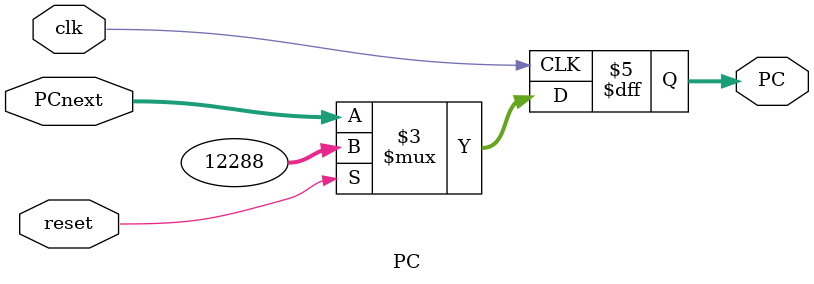
<source format=v>
`timescale 1ns / 1ps
module PC(
    input [31:0] PCnext,
    input clk,
    input reset,
    output reg [31:0] PC
    );
	 
	 always @(posedge clk) begin
	     if (reset) begin
		      PC <= 32'h00003000;
		  end else begin
		      PC <= PCnext;
		  end
	 end


endmodule

</source>
